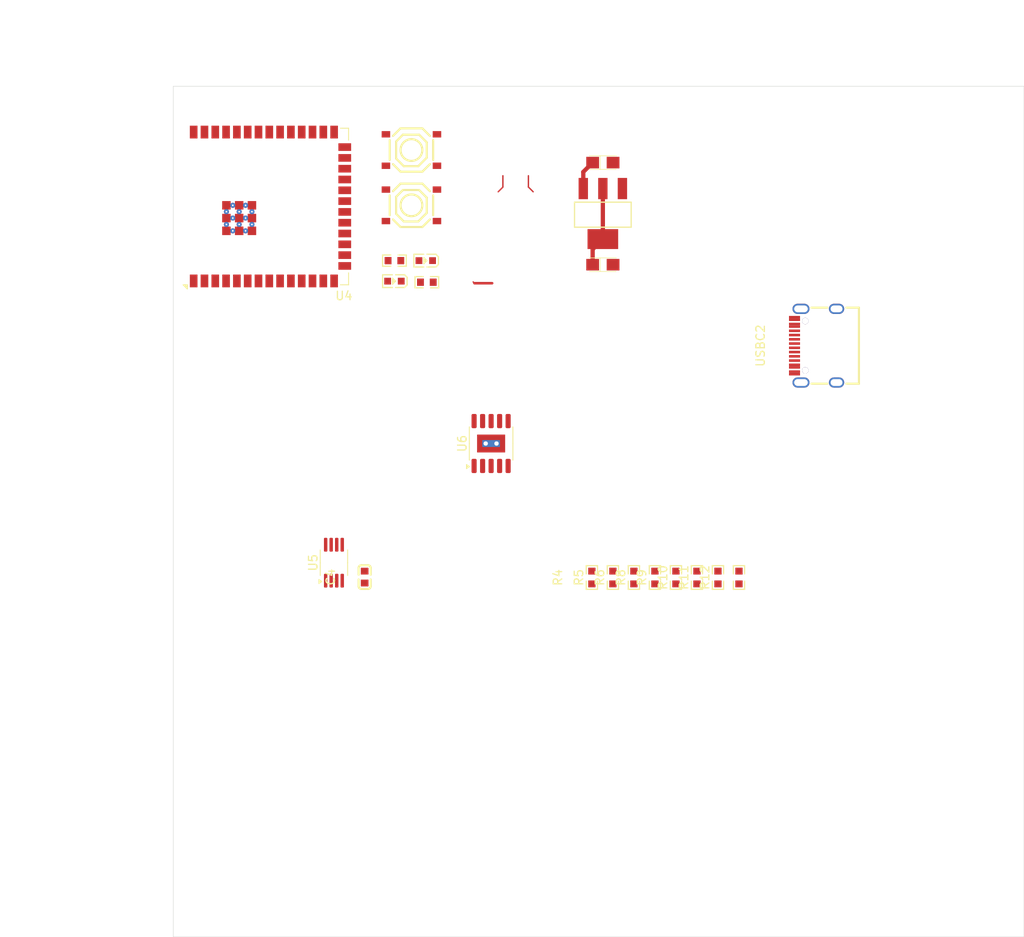
<source format=kicad_pcb>
(kicad_pcb (version 20240108) (generator "pcbnew") (generator_version "8.0")
  (layers (0 "F.Cu" signal) (31 "B.Cu" signal) (34 "B.Paste" user) (35 "F.Paste" user) (36 "B.SilkS" user "B.Silkscreen") (37 "F.SilkS" user "F.Silkscreen") (38 "B.Mask" user) (39 "F.Mask" user) (44 "Edge.Cuts" user))
  (net 0 "")
  (net 1 "3V3")
  (net 2 "GND")
  (net 3 "/5V")
  (net 4 "Net-(LED1-K)")
  (net 5 "ESP_LED")
  (net 6 "Net-(LED2-K)")
  (net 7 "DATA1")
  (net 8 "DATA2")
  (net 9 "DATA3")
  (net 10 "/ESP_PROG")
  (net 11 "VDD")
  (net 13 "DATA4")
  (net 15 "MOSFET_FAN")
  (net 16 "MOSFET_PWR")
  (net 18 "ESP_EN")
  (net 21 "ESP_TXD")
  (net 23 "ESP_RXD")
  (net 24 "VBUS")
  (net 25 "Net-(U6-VBUS)")
  (net 26 "BTN0")
  (net 29 "TEMP_SENSOR")
  (net 63 "DP")
  (net 65 "CC1")
  (net 66 "CFG1")
  (net 67 "CFG3")
  (net 68 "DN")
  (net 70 "CFG2")
  (net 71 "PG")
  (net 72 "CC2")
  (footprint "easyeda2kicad:R0603" (layer "F.Cu") (at 143.348 106.391 90)
    (property "Reference" "R10" (at 0 -4 90) (layer "F.SilkS"))
    (property "Value" "10K")
    (fp_line (start 1.39 -0.66) (end 0.43 -0.66) (stroke (width 0.15)) (layer "F.SilkS"))
    (fp_line (start -1.39 -0.66) (end -0.43 -0.66) (stroke (width 0.15)) (layer "F.SilkS"))
    (fp_line (start 1.39 0.66) (end 1.39 -0.66) (stroke (width 0.15)) (layer "F.SilkS"))
    (fp_line (start 0.43 0.66) (end 1.39 0.66) (stroke (width 0.15)) (layer "F.SilkS"))
    (fp_line (start -0.43 0.66) (end -1.39 0.66) (stroke (width 0.15)) (layer "F.SilkS"))
    (fp_line (start -1.39 0.66) (end -1.39 -0.66) (stroke (width 0.15)) (layer "F.SilkS"))
    (pad "1" smd rect (at -0.75 0 90) (size 0.81 0.86) (layers "F.Cu" "F.Paste" "F.Mask"))
    (pad "2" smd rect (at 0.75 0 90) (size 0.81 0.86) (layers "F.Cu" "F.Paste" "F.Mask") (net 16 "MOSFET_PWR"))
  )
  (footprint "easyeda2kicad:SOT-223-3_L6.5-W3.4-P2.30-LS7.0-BR" (layer "F.Cu") (at 132.288 63.641 90)
    (property "Reference" "U2" (hide yes))
    (property "Value" "AMS1117-3.3" (hide yes))
    (fp_line (start 1.37 -3.33) (end 1.37 3.33) (stroke (width 0.15)) (layer "F.SilkS"))
    (fp_line (start -1.57 -3.33) (end 1.37 -3.33) (stroke (width 0.15)) (layer "F.SilkS"))
    (fp_line (start 1.37 3.33) (end -1.57 3.33) (stroke (width 0.15)) (layer "F.SilkS"))
    (fp_line (start -1.57 3.33) (end -1.57 -3.33) (stroke (width 0.15)) (layer "F.SilkS"))
    (pad "1" smd rect (at 2.97 2.3 90) (size 2.5 1.1) (layers "F.Cu" "F.Paste" "F.Mask") (net 2 "GND"))
    (pad "2" smd rect (at 2.97 0 90) (size 2.5 1.1) (layers "F.Cu" "F.Paste" "F.Mask") (net 1 "3V3"))
    (pad "3" smd rect (at 2.97 -2.3 90) (size 2.5 1.1) (layers "F.Cu" "F.Paste" "F.Mask") (net 3 "/5V"))
    (pad "4" smd rect (at -2.97 0 90) (size 2.34 3.6) (layers "F.Cu" "F.Paste" "F.Mask") (net 1 "3V3"))
  )
  (footprint "RF_Module:ESP32-S3-WROOM-2" (layer "F.Cu") (at 89.448 62.781 90)
    (property "Reference" "U4" (at -10.5 13.5 0) (layer "F.SilkS") (effects (justify right)))
    (property "Value" "ESP32-S3-WROOM-1")
    (fp_line (start 9.2 12.95) (end 9.2 12) (stroke (width 0.12)) (layer "F.SilkS"))
    (fp_line (start 7.8 12.95) (end 9.2 12.95) (stroke (width 0.12)) (layer "F.SilkS"))
    (fp_line (start -7.8 12.95) (end -9.2 12.95) (stroke (width 0.12)) (layer "F.SilkS"))
    (fp_line (start -9.2 12.95) (end -9.2 12) (stroke (width 0.12)) (layer "F.SilkS"))
    (fp_poly (pts (xy -9.2 -6) (xy -9.7 -6) (xy -9.2 -6.5) (xy -9.2 -6)) (stroke (width 0.12)) (fill solid) (layer "F.SilkS"))
    (pad "1" smd rect (at -8.75 -5.26 90) (size 1.5 0.9) (layers "F.Cu" "F.Paste" "F.Mask") (net 2 "GND"))
    (pad "2" smd rect (at -8.75 -3.99 90) (size 1.5 0.9) (layers "F.Cu" "F.Paste" "F.Mask") (net 1 "3V3"))
    (pad "3" smd rect (at -8.75 -2.72 90) (size 1.5 0.9) (layers "F.Cu" "F.Paste" "F.Mask") (net 18 "ESP_EN"))
    (pad "4" smd rect (at -8.75 -1.45 90) (size 1.5 0.9) (layers "F.Cu" "F.Paste" "F.Mask") (net 7 "DATA1"))
    (pad "5" smd rect (at -8.75 -0.18 90) (size 1.5 0.9) (layers "F.Cu" "F.Paste" "F.Mask"))
    (pad "6" smd rect (at -8.75 1.09 90) (size 1.5 0.9) (layers "F.Cu" "F.Paste" "F.Mask"))
    (pad "7" smd rect (at -8.75 2.36 90) (size 1.5 0.9) (layers "F.Cu" "F.Paste" "F.Mask"))
    (pad "8" smd rect (at -8.75 3.63 90) (size 1.5 0.9) (layers "F.Cu" "F.Paste" "F.Mask"))
    (pad "9" smd rect (at -8.75 4.9 90) (size 1.5 0.9) (layers "F.Cu" "F.Paste" "F.Mask") (net 8 "DATA2"))
    (pad "10" smd rect (at -8.75 6.17 90) (size 1.5 0.9) (layers "F.Cu" "F.Paste" "F.Mask"))
    (pad "11" smd rect (at -8.75 7.44 90) (size 1.5 0.9) (layers "F.Cu" "F.Paste" "F.Mask"))
    (pad "12" smd rect (at -8.75 8.71 90) (size 1.5 0.9) (layers "F.Cu" "F.Paste" "F.Mask"))
    (pad "13" smd rect (at -8.75 9.98 90) (size 1.5 0.9) (layers "F.Cu" "F.Paste" "F.Mask"))
    (pad "14" smd rect (at -8.75 11.25 90) (size 1.5 0.9) (layers "F.Cu" "F.Paste" "F.Mask"))
    (pad "15" smd rect (at -6.985 12.5 180) (size 1.5 0.9) (layers "F.Cu" "F.Paste" "F.Mask"))
    (pad "16" smd rect (at -5.715 12.5 180) (size 1.5 0.9) (layers "F.Cu" "F.Paste" "F.Mask"))
    (pad "17" smd rect (at -4.445 12.5 180) (size 1.5 0.9) (layers "F.Cu" "F.Paste" "F.Mask"))
    (pad "18" smd rect (at -3.175 12.5 180) (size 1.5 0.9) (layers "F.Cu" "F.Paste" "F.Mask"))
    (pad "19" smd rect (at -1.905 12.5 180) (size 1.5 0.9) (layers "F.Cu" "F.Paste" "F.Mask"))
    (pad "20" smd rect (at -0.635 12.5 180) (size 1.5 0.9) (layers "F.Cu" "F.Paste" "F.Mask"))
    (pad "21" smd rect (at 0.635 12.5 180) (size 1.5 0.9) (layers "F.Cu" "F.Paste" "F.Mask"))
    (pad "22" smd rect (at 1.905 12.5 180) (size 1.5 0.9) (layers "F.Cu" "F.Paste" "F.Mask"))
    (pad "23" smd rect (at 3.175 12.5 180) (size 1.5 0.9) (layers "F.Cu" "F.Paste" "F.Mask"))
    (pad "24" smd rect (at 4.445 12.5 180) (size 1.5 0.9) (layers "F.Cu" "F.Paste" "F.Mask"))
    (pad "25" smd rect (at 5.715 12.5 180) (size 1.5 0.9) (layers "F.Cu" "F.Paste" "F.Mask"))
    (pad "26" smd rect (at 6.985 12.5 180) (size 1.5 0.9) (layers "F.Cu" "F.Paste" "F.Mask"))
    (pad "27" smd rect (at 8.75 11.25 90) (size 1.5 0.9) (layers "F.Cu" "F.Paste" "F.Mask") (net 26 "BTN0"))
    (pad "28" smd rect (at 8.75 9.98 90) (size 1.5 0.9) (layers "F.Cu" "F.Paste" "F.Mask"))
    (pad "29" smd rect (at 8.75 8.71 90) (size 1.5 0.9) (layers "F.Cu" "F.Paste" "F.Mask"))
    (pad "30" smd rect (at 8.75 7.44 90) (size 1.5 0.9) (layers "F.Cu" "F.Paste" "F.Mask"))
    (pad "31" smd rect (at 8.75 6.17 90) (size 1.5 0.9) (layers "F.Cu" "F.Paste" "F.Mask"))
    (pad "32" smd rect (at 8.75 4.9 90) (size 1.5 0.9) (layers "F.Cu" "F.Paste" "F.Mask"))
    (pad "33" smd rect (at 8.75 3.63 90) (size 1.5 0.9) (layers "F.Cu" "F.Paste" "F.Mask"))
    (pad "34" smd rect (at 8.75 2.36 90) (size 1.5 0.9) (layers "F.Cu" "F.Paste" "F.Mask"))
    (pad "35" smd rect (at 8.75 1.09 90) (size 1.5 0.9) (layers "F.Cu" "F.Paste" "F.Mask"))
    (pad "36" smd rect (at 8.75 -0.18 90) (size 1.5 0.9) (layers "F.Cu" "F.Paste" "F.Mask") (net 23 "ESP_RXD"))
    (pad "37" smd rect (at 8.75 -1.45 90) (size 1.5 0.9) (layers "F.Cu" "F.Paste" "F.Mask") (net 21 "ESP_TXD"))
    (pad "38" smd rect (at 8.75 -2.72 90) (size 1.5 0.9) (layers "F.Cu" "F.Paste" "F.Mask") (net 5 "ESP_LED"))
    (pad "39" smd rect (at 8.75 -3.99 90) (size 1.5 0.9) (layers "F.Cu" "F.Paste" "F.Mask"))
    (pad "40" smd rect (at 8.75 -5.26 90) (size 1.5 0.9) (layers "F.Cu" "F.Paste" "F.Mask") (net 2 "GND"))
    (pad "41" smd rect (at -2.86 -1.41 90) (size 1 1) (property pad_prop_heatsink) (layers "F.Cu" "F.Paste" "F.Mask") (net 2 "GND"))
    (pad "41" thru_hole circle (at -2.86 -0.66 90) (size 0.6 0.6) (drill 0.2) (property pad_prop_heatsink) (layers "*.Cu" "*.Mask") (net 2 "GND"))
    (pad "41" smd rect (at -2.86 0.09 90) (size 1 1) (property pad_prop_heatsink) (layers "F.Cu" "F.Paste" "F.Mask") (net 2 "GND"))
    (pad "41" thru_hole circle (at -2.86 0.84 90) (size 0.6 0.6) (drill 0.2) (property pad_prop_heatsink) (layers "*.Cu" "*.Mask") (net 2 "GND"))
    (pad "41" smd rect (at -2.86 1.59 90) (size 1 1) (property pad_prop_heatsink) (layers "F.Cu" "F.Paste" "F.Mask") (net 2 "GND"))
    (pad "41" thru_hole circle (at -2.11 -1.41 90) (size 0.6 0.6) (drill 0.2) (property pad_prop_heatsink) (layers "*.Cu" "*.Mask") (net 2 "GND"))
    (pad "41" thru_hole circle (at -2.11 0.09 90) (size 0.6 0.6) (drill 0.2) (property pad_prop_heatsink) (layers "*.Cu" "*.Mask") (net 2 "GND"))
    (pad "41" thru_hole circle (at -2.11 1.59 90) (size 0.6 0.6) (drill 0.2) (property pad_prop_heatsink) (layers "*.Cu" "*.Mask") (net 2 "GND"))
    (pad "41" smd rect (at -1.36 -1.41 90) (size 1 1) (property pad_prop_heatsink) (layers "F.Cu" "F.Paste" "F.Mask") (net 2 "GND"))
    (pad "41" thru_hole circle (at -1.36 -0.66 90) (size 0.6 0.6) (drill 0.2) (property pad_prop_heatsink) (layers "*.Cu" "*.Mask") (net 2 "GND"))
    (pad "41" smd rect (at -1.36 0.09 90) (size 1 1) (property pad_prop_heatsink) (layers "F.Cu" "F.Paste" "F.Mask") (net 2 "GND"))
    (pad "41" thru_hole circle (at -1.36 0.84 90) (size 0.6 0.6) (drill 0.2) (property pad_prop_heatsink) (layers "*.Cu" "*.Mask") (net 2 "GND"))
    (pad "41" smd rect (at -1.36 1.59 90) (size 1 1) (property pad_prop_heatsink) (layers "F.Cu" "F.Paste" "F.Mask") (net 2 "GND"))
    (pad "41" thru_hole circle (at -0.61 -1.41 90) (size 0.6 0.6) (drill 0.2) (property pad_prop_heatsink) (layers "*.Cu" "*.Mask") (net 2 "GND"))
    (pad "41" thru_hole circle (at -0.61 0.09 90) (size 0.6 0.6) (drill 0.2) (property pad_prop_heatsink) (layers "*.Cu" "*.Mask") (net 2 "GND"))
    (pad "41" thru_hole circle (at -0.61 1.59 90) (size 0.6 0.6) (drill 0.2) (property pad_prop_heatsink) (layers "*.Cu" "*.Mask") (net 2 "GND"))
    (pad "41" smd rect (at 0.14 -1.41 90) (size 1 1) (property pad_prop_heatsink) (layers "F.Cu" "F.Paste" "F.Mask") (net 2 "GND"))
    (pad "41" thru_hole circle (at 0.14 -0.66 90) (size 0.6 0.6) (drill 0.2) (property pad_prop_heatsink) (layers "*.Cu" "*.Mask") (net 2 "GND"))
    (pad "41" smd rect (at 0.14 0.09 90) (size 1 1) (property pad_prop_heatsink) (layers "F.Cu" "F.Paste" "F.Mask") (net 2 "GND"))
    (pad "41" thru_hole circle (at 0.14 0.84 90) (size 0.6 0.6) (drill 0.2) (property pad_prop_heatsink) (layers "*.Cu" "*.Mask") (net 2 "GND"))
    (pad "41" smd rect (at 0.14 1.59 90) (size 1 1) (property pad_prop_heatsink) (layers "F.Cu" "F.Paste" "F.Mask") (net 2 "GND"))
  )
  (footprint "easyeda2kicad:R0603" (layer "F.Cu") (at 148.288 106.391 90)
    (property "Reference" "R12" (at 0 -4 90) (layer "F.SilkS"))
    (property "Value" "10K")
    (fp_line (start 1.39 -0.66) (end 0.43 -0.66) (stroke (width 0.15)) (layer "F.SilkS"))
    (fp_line (start -1.39 -0.66) (end -0.43 -0.66) (stroke (width 0.15)) (layer "F.SilkS"))
    (fp_line (start 1.39 0.66) (end 1.39 -0.66) (stroke (width 0.15)) (layer "F.SilkS"))
    (fp_line (start 0.43 0.66) (end 1.39 0.66) (stroke (width 0.15)) (layer "F.SilkS"))
    (fp_line (start -0.43 0.66) (end -1.39 0.66) (stroke (width 0.15)) (layer "F.SilkS"))
    (fp_line (start -1.39 0.66) (end -1.39 -0.66) (stroke (width 0.15)) (layer "F.SilkS"))
    (pad "1" smd rect (at -0.75 0 90) (size 0.81 0.86) (layers "F.Cu" "F.Paste" "F.Mask") (net 24 "VBUS"))
    (pad "2" smd rect (at 0.75 0 90) (size 0.81 0.86) (layers "F.Cu" "F.Paste" "F.Mask") (net 25 "Net-(U6-VBUS)"))
  )
  (footprint "Package_SO:MSOP-8_3x3mm_P0.65mm" (layer "F.Cu") (at 100.678 104.651 90)
    (property "Reference" "U5" (at 0 -2.45 90) (layer "F.SilkS"))
    (property "Value" "DS18B20U")
    (fp_line (start 0 -1.61) (end 1.5 -1.61) (stroke (width 0.12)) (layer "F.SilkS"))
    (fp_line (start 0 -1.61) (end -1.5 -1.61) (stroke (width 0.12)) (layer "F.SilkS"))
    (fp_line (start 0 1.61) (end 1.5 1.61) (stroke (width 0.12)) (layer "F.SilkS"))
    (fp_line (start 0 1.61) (end -1.5 1.61) (stroke (width 0.12)) (layer "F.SilkS"))
    (fp_poly (pts (xy -2.2125 -1.435) (xy -2.4525 -1.765) (xy -1.9725 -1.765) (xy -2.2125 -1.435)) (stroke (width 0.12)) (fill solid) (layer "F.SilkS"))
    (pad "1" smd roundrect (at -2.1125 -0.975 90) (size 1.625 0.4) (layers "F.Cu" "F.Paste" "F.Mask") (net 29 "TEMP_SENSOR"))
    (pad "2" smd roundrect (at -2.1125 -0.325 90) (size 1.625 0.4) (layers "F.Cu" "F.Paste" "F.Mask"))
    (pad "3" smd roundrect (at -2.1125 0.325 90) (size 1.625 0.4) (layers "F.Cu" "F.Paste" "F.Mask"))
    (pad "4" smd roundrect (at -2.1125 0.975 90) (size 1.625 0.4) (layers "F.Cu" "F.Paste" "F.Mask") (net 2 "GND"))
    (pad "5" smd roundrect (at 2.1125 0.975 90) (size 1.625 0.4) (layers "F.Cu" "F.Paste" "F.Mask"))
    (pad "6" smd roundrect (at 2.1125 0.325 90) (size 1.625 0.4) (layers "F.Cu" "F.Paste" "F.Mask"))
    (pad "7" smd roundrect (at 2.1125 -0.325 90) (size 1.625 0.4) (layers "F.Cu" "F.Paste" "F.Mask"))
    (pad "8" smd roundrect (at 2.1125 -0.975 90) (size 1.625 0.4) (layers "F.Cu" "F.Paste" "F.Mask") (net 1 "3V3"))
  )
  (footprint "easyeda2kicad:R0603" (layer "F.Cu") (at 145.818 106.391 90)
    (property "Reference" "R11" (at 0 -4 90) (layer "F.SilkS"))
    (property "Value" "1K")
    (fp_line (start 1.39 -0.66) (end 0.43 -0.66) (stroke (width 0.15)) (layer "F.SilkS"))
    (fp_line (start -1.39 -0.66) (end -0.43 -0.66) (stroke (width 0.15)) (layer "F.SilkS"))
    (fp_line (start 1.39 0.66) (end 1.39 -0.66) (stroke (width 0.15)) (layer "F.SilkS"))
    (fp_line (start 0.43 0.66) (end 1.39 0.66) (stroke (width 0.15)) (layer "F.SilkS"))
    (fp_line (start -0.43 0.66) (end -1.39 0.66) (stroke (width 0.15)) (layer "F.SilkS"))
    (fp_line (start -1.39 0.66) (end -1.39 -0.66) (stroke (width 0.15)) (layer "F.SilkS"))
    (pad "1" smd rect (at -0.75 0 90) (size 0.81 0.86) (layers "F.Cu" "F.Paste" "F.Mask") (net 24 "VBUS"))
    (pad "2" smd rect (at 0.75 0 90) (size 0.81 0.86) (layers "F.Cu" "F.Paste" "F.Mask") (net 11 "VDD"))
  )
  (footprint "easyeda2kicad:R0603" (layer "F.Cu") (at 140.878 106.391 90)
    (property "Reference" "R9" (at 0 -4 90) (layer "F.SilkS"))
    (property "Value" "10K")
    (fp_line (start 1.39 -0.66) (end 0.43 -0.66) (stroke (width 0.15)) (layer "F.SilkS"))
    (fp_line (start -1.39 -0.66) (end -0.43 -0.66) (stroke (width 0.15)) (layer "F.SilkS"))
    (fp_line (start 1.39 0.66) (end 1.39 -0.66) (stroke (width 0.15)) (layer "F.SilkS"))
    (fp_line (start 0.43 0.66) (end 1.39 0.66) (stroke (width 0.15)) (layer "F.SilkS"))
    (fp_line (start -0.43 0.66) (end -1.39 0.66) (stroke (width 0.15)) (layer "F.SilkS"))
    (fp_line (start -1.39 0.66) (end -1.39 -0.66) (stroke (width 0.15)) (layer "F.SilkS"))
    (pad "1" smd rect (at -0.75 0 90) (size 0.81 0.86) (layers "F.Cu" "F.Paste" "F.Mask"))
    (pad "2" smd rect (at 0.75 0 90) (size 0.81 0.86) (layers "F.Cu" "F.Paste" "F.Mask") (net 15 "MOSFET_FAN"))
  )
  (footprint "easyeda2kicad:CASE-A_3216" (layer "F.Cu") (at 132.288 69.619)
    (property "Reference" "C3" (hide yes))
    (property "Value" "22u (Tantalum)" (hide yes))
    (fp_line (start -1.6 -0.8) (end 1.6 -0.8) (stroke (width 0.08)) (layer "F.SilkS"))
    (fp_line (start -1.58 0.8) (end 1.57 0.8) (stroke (width 0.08)) (layer "F.SilkS"))
    (fp_line (start -0.32 0.8) (end -0.32 -0.8) (stroke (width 0.08)) (layer "F.SilkS"))
    (pad "1" smd rect (at -1.2 0) (size 1.5 1.36) (layers "F.Cu" "F.Paste" "F.Mask") (net 1 "3V3"))
    (pad "2" smd rect (at 1.2 0) (size 1.5 1.36) (layers "F.Cu" "F.Paste" "F.Mask") (net 2 "GND"))
  )
  (footprint "easyeda2kicad:R0603" (layer "F.Cu") (at 133.468 106.391 90)
    (property "Reference" "R5" (at 0 -4 90) (layer "F.SilkS"))
    (property "Value" "68")
    (fp_line (start 1.39 -0.66) (end 0.43 -0.66) (stroke (width 0.15)) (layer "F.SilkS"))
    (fp_line (start -1.39 -0.66) (end -0.43 -0.66) (stroke (width 0.15)) (layer "F.SilkS"))
    (fp_line (start 1.39 0.66) (end 1.39 -0.66) (stroke (width 0.15)) (layer "F.SilkS"))
    (fp_line (start 0.43 0.66) (end 1.39 0.66) (stroke (width 0.15)) (layer "F.SilkS"))
    (fp_line (start -0.43 0.66) (end -1.39 0.66) (stroke (width 0.15)) (layer "F.SilkS"))
    (fp_line (start -1.39 0.66) (end -1.39 -0.66) (stroke (width 0.15)) (layer "F.SilkS"))
    (pad "1" smd rect (at -0.75 0 90) (size 0.81 0.86) (layers "F.Cu" "F.Paste" "F.Mask"))
    (pad "2" smd rect (at 0.75 0 90) (size 0.81 0.86) (layers "F.Cu" "F.Paste" "F.Mask") (net 8 "DATA2"))
  )
  (footprint "easyeda2kicad:R0603" (layer "F.Cu") (at 107.788 69.141)
    (property "Reference" "R3" (hide yes))
    (property "Value" "100" (hide yes))
    (fp_line (start -1.39 -0.66) (end -0.43 -0.66) (stroke (width 0.15)) (layer "F.SilkS"))
    (fp_line (start -1.39 0.66) (end -1.39 -0.66) (stroke (width 0.15)) (layer "F.SilkS"))
    (fp_line (start -0.43 0.66) (end -1.39 0.66) (stroke (width 0.15)) (layer "F.SilkS"))
    (fp_line (start 0.43 0.66) (end 1.39 0.66) (stroke (width 0.15)) (layer "F.SilkS"))
    (fp_line (start 1.39 -0.66) (end 0.43 -0.66) (stroke (width 0.15)) (layer "F.SilkS"))
    (fp_line (start 1.39 0.66) (end 1.39 -0.66) (stroke (width 0.15)) (layer "F.SilkS"))
    (pad "1" smd rect (at -0.75 0) (size 0.81 0.86) (layers "F.Cu" "F.Paste" "F.Mask") (net 2 "GND"))
    (pad "2" smd rect (at 0.75 0) (size 0.81 0.86) (layers "F.Cu" "F.Paste" "F.Mask") (net 4 "Net-(LED1-K)"))
  )
  (footprint "easyeda2kicad:R0603" (layer "F.Cu") (at 130.998 106.391 90)
    (property "Reference" "R4" (at 0 -4 90) (layer "F.SilkS"))
    (property "Value" "68")
    (fp_line (start 1.39 -0.66) (end 0.43 -0.66) (stroke (width 0.15)) (layer "F.SilkS"))
    (fp_line (start -1.39 -0.66) (end -0.43 -0.66) (stroke (width 0.15)) (layer "F.SilkS"))
    (fp_line (start 1.39 0.66) (end 1.39 -0.66) (stroke (width 0.15)) (layer "F.SilkS"))
    (fp_line (start 0.43 0.66) (end 1.39 0.66) (stroke (width 0.15)) (layer "F.SilkS"))
    (fp_line (start -0.43 0.66) (end -1.39 0.66) (stroke (width 0.15)) (layer "F.SilkS"))
    (fp_line (start -1.39 0.66) (end -1.39 -0.66) (stroke (width 0.15)) (layer "F.SilkS"))
    (pad "1" smd rect (at -0.75 0 90) (size 0.81 0.86) (layers "F.Cu" "F.Paste" "F.Mask"))
    (pad "2" smd rect (at 0.75 0 90) (size 0.81 0.86) (layers "F.Cu" "F.Paste" "F.Mask") (net 7 "DATA1"))
  )
  (footprint "easyeda2kicad:SW-SMD_4P-L5.1-W5.1-P3.70-LS6.5-TL_H1.5" (layer "F.Cu") (at 109.788 62.641)
    (property "Reference" "SW2" (hide yes))
    (property "Value" "TS-1187A-B-A-B" (hide yes))
    (fp_line (start -2.55 -1.17) (end -2.55 1.17) (stroke (width 0.25)) (layer "F.SilkS"))
    (fp_line (start -2.17 1.66) (end -1.28 2.55) (stroke (width 0.25)) (layer "F.SilkS"))
    (fp_line (start -1.8 -1) (end -1 -1.8) (stroke (width 0.25)) (layer "F.SilkS"))
    (fp_line (start -1.8 1) (end -1.8 -1) (stroke (width 0.25)) (layer "F.SilkS"))
    (fp_line (start -1.28 -2.55) (end -2.17 -1.66) (stroke (width 0.25)) (layer "F.SilkS"))
    (fp_line (start -1.28 -2.55) (end 1.28 -2.55) (stroke (width 0.25)) (layer "F.SilkS"))
    (fp_line (start -1.28 2.55) (end 1.28 2.55) (stroke (width 0.25)) (layer "F.SilkS"))
    (fp_line (start -1 -1.8) (end 0.9 -1.8) (stroke (width 0.25)) (layer "F.SilkS"))
    (fp_line (start -0.9 1.9) (end -1.8 1) (stroke (width 0.25)) (layer "F.SilkS"))
    (fp_line (start 0.8 1.9) (end -0.9 1.9) (stroke (width 0.25)) (layer "F.SilkS"))
    (fp_line (start 0.9 -1.8) (end 1.8 -0.9) (stroke (width 0.25)) (layer "F.SilkS"))
    (fp_line (start 1.28 -2.55) (end 2.17 -1.66) (stroke (width 0.25)) (layer "F.SilkS"))
    (fp_line (start 1.8 -0.9) (end 1.8 0.9) (stroke (width 0.25)) (layer "F.SilkS"))
    (fp_line (start 1.8 0.9) (end 0.8 1.9) (stroke (width 0.25)) (layer "F.SilkS"))
    (fp_line (start 2.17 1.66) (end 1.28 2.55) (stroke (width 0.25)) (layer "F.SilkS"))
    (fp_line (start 2.55 -1.17) (end 2.55 1.17) (stroke (width 0.25)) (layer "F.SilkS"))
    (fp_circle (center 0 0) (end 1.28 0) (stroke (width 0.25)) (fill none) (layer "F.SilkS"))
    (pad "1" smd rect (at -3 -1.85) (size 1 0.75) (layers "F.Cu" "F.Paste" "F.Mask") (net 18 "ESP_EN"))
    (pad "2" smd rect (at 3 -1.85) (size 1 0.75) (layers "F.Cu" "F.Paste" "F.Mask") (net 18 "ESP_EN"))
    (pad "3" smd rect (at -3 1.85) (size 1 0.75) (layers "F.Cu" "F.Paste" "F.Mask") (net 2 "GND"))
    (pad "4" smd rect (at 3 1.85) (size 1 0.75) (layers "F.Cu" "F.Paste" "F.Mask") (net 2 "GND"))
  )
  (footprint "easyeda2kicad:USB-C_SMD-TYPE-C-31-M-12" (layer "F.Cu") (at 157.288 79.141 90)
    (property "Reference" "USBC2" (at 0 -6.47 90) (layer "F.SilkS"))
    (property "Value" "TYPE-C-31-M-12")
    (fp_line (start 4.47 1.38) (end 4.47 -0.48) (stroke (width 0.25)) (layer "F.SilkS"))
    (fp_line (start -4.47 1.38) (end -4.47 -0.48) (stroke (width 0.25)) (layer "F.SilkS"))
    (fp_line (start 4.47 5.1) (end 4.47 3.62) (stroke (width 0.25)) (layer "F.SilkS"))
    (fp_line (start 4.47 5.1) (end -4.47 5.1) (stroke (width 0.25)) (layer "F.SilkS"))
    (fp_line (start -4.47 5.1) (end -4.47 3.62) (stroke (width 0.25)) (layer "F.SilkS"))
    (pad "" thru_hole circle (at -2.9 -1.21 90) (size 0.75 0.75) (drill 0.75) (layers "*.Cu" "*.Mask"))
    (pad "" thru_hole circle (at 2.9 -1.21 90) (size 0.75 0.75) (drill 0.75) (layers "*.Cu" "*.Mask"))
    (pad "0" thru_hole oval (at -4.33 -1.71 90) (size 1.2 2) (drill oval 0.799998 1.600022) (layers "*.Cu" "*.Mask"))
    (pad "1" thru_hole oval (at 4.33 -1.71 90) (size 1.2 2) (drill oval 0.799998 1.599971) (layers "*.Cu" "*.Mask"))
    (pad "2" thru_hole oval (at 4.33 2.47 90) (size 1.2 1.8) (drill oval 0.799998 1.399997) (layers "*.Cu" "*.Mask"))
    (pad "3" thru_hole oval (at -4.33 2.47 90) (size 1.2 1.8) (drill oval 0.799998 1.399997) (layers "*.Cu" "*.Mask"))
    (pad "A1" smd rect (at -3.35 -2.47 90) (size 0.3 1.3) (layers "F.Cu" "F.Paste" "F.Mask") (net 2 "GND"))
    (pad "A4" smd rect (at -2.55 -2.47 90) (size 0.3 1.3) (layers "F.Cu" "F.Paste" "F.Mask") (net 24 "VBUS"))
    (pad "A5" smd rect (at -1.25 -2.47 90) (size 0.3 1.3) (layers "F.Cu" "F.Paste" "F.Mask") (net 65 "CC1"))
    (pad "A6" smd rect (at -0.25 -2.47 90) (size 0.3 1.3) (layers "F.Cu" "F.Paste" "F.Mask") (net 63 "DP"))
    (pad "A7" smd rect (at 0.25 -2.47 90) (size 0.3 1.3) (layers "F.Cu" "F.Paste" "F.Mask") (net 68 "DN"))
    (pad "A8" smd rect (at 1.25 -2.47 90) (size 0.3 1.3) (layers "F.Cu" "F.Paste" "F.Mask"))
    (pad "A9" smd rect (at 2.55 -2.47 90) (size 0.3 1.3) (layers "F.Cu" "F.Paste" "F.Mask") (net 24 "VBUS"))
    (pad "A12" smd rect (at 3.35 -2.47 90) (size 0.3 1.3) (layers "F.Cu" "F.Paste" "F.Mask") (net 2 "GND"))
    (pad "B1" smd rect (at 3.05 -2.47 90) (size 0.3 1.3) (layers "F.Cu" "F.Paste" "F.Mask") (net 2 "GND"))
    (pad "B4" smd rect (at 2.25 -2.47 90) (size 0.3 1.3) (layers "F.Cu" "F.Paste" "F.Mask") (net 24 "VBUS"))
    (pad "B5" smd rect (at 1.75 -2.47 90) (size 0.3 1.3) (layers "F.Cu" "F.Paste" "F.Mask") (net 72 "CC2"))
    (pad "B6" smd rect (at 0.75 -2.47 90) (size 0.3 1.3) (layers "F.Cu" "F.Paste" "F.Mask") (net 63 "DP"))
    (pad "B7" smd rect (at -0.75 -2.47 90) (size 0.3 1.3) (layers "F.Cu" "F.Paste" "F.Mask") (net 68 "DN"))
    (pad "B8" smd rect (at -1.75 -2.47 90) (size 0.3 1.3) (layers "F.Cu" "F.Paste" "F.Mask"))
    (pad "B9" smd rect (at -2.25 -2.47 90) (size 0.3 1.3) (layers "F.Cu" "F.Paste" "F.Mask") (net 24 "VBUS"))
    (pad "B12" smd rect (at -3.05 -2.47 90) (size 0.3 1.3) (layers "F.Cu" "F.Paste" "F.Mask") (net 2 "GND"))
  )
  (footprint "easyeda2kicad:R0603" (layer "F.Cu") (at 138.408 106.391 90)
    (property "Reference" "R8" (at 0 -4 90) (layer "F.SilkS"))
    (property "Value" "68")
    (fp_line (start 1.39 -0.66) (end 0.43 -0.66) (stroke (width 0.15)) (layer "F.SilkS"))
    (fp_line (start -1.39 -0.66) (end -0.43 -0.66) (stroke (width 0.15)) (layer "F.SilkS"))
    (fp_line (start 1.39 0.66) (end 1.39 -0.66) (stroke (width 0.15)) (layer "F.SilkS"))
    (fp_line (start 0.43 0.66) (end 1.39 0.66) (stroke (width 0.15)) (layer "F.SilkS"))
    (fp_line (start -0.43 0.66) (end -1.39 0.66) (stroke (width 0.15)) (layer "F.SilkS"))
    (fp_line (start -1.39 0.66) (end -1.39 -0.66) (stroke (width 0.15)) (layer "F.SilkS"))
    (pad "1" smd rect (at -0.75 0 90) (size 0.81 0.86) (layers "F.Cu" "F.Paste" "F.Mask"))
    (pad "2" smd rect (at 0.75 0 90) (size 0.81 0.86) (layers "F.Cu" "F.Paste" "F.Mask") (net 13 "DATA4"))
  )
  (footprint "easyeda2kicad:CASE-A_3216" (layer "F.Cu") (at 132.288 57.619)
    (property "Reference" "C2" (hide yes))
    (property "Value" "22u (Tantalum)" (hide yes))
    (fp_line (start -1.6 -0.8) (end 1.6 -0.8) (stroke (width 0.08)) (layer "F.SilkS"))
    (fp_line (start -1.58 0.8) (end 1.57 0.8) (stroke (width 0.08)) (layer "F.SilkS"))
    (fp_line (start -0.32 0.8) (end -0.32 -0.8) (stroke (width 0.08)) (layer "F.SilkS"))
    (pad "1" smd rect (at -1.2 0) (size 1.5 1.36) (layers "F.Cu" "F.Paste" "F.Mask") (net 3 "/5V"))
    (pad "2" smd rect (at 1.2 0) (size 1.5 1.36) (layers "F.Cu" "F.Paste" "F.Mask") (net 2 "GND"))
  )
  (footprint "Package_SO:SSOP-10-1EP_3.9x4.9mm_P1mm_EP2.1x3.3mm_ThermalVias" (layer "F.Cu") (at 119.153 90.641 90)
    (property "Reference" "U6" (at 0 -3.4 90) (layer "F.SilkS"))
    (property "Value" "CH224K")
    (fp_line (start 0 -2.56) (end 1.95 -2.56) (stroke (width 0.12)) (layer "F.SilkS"))
    (fp_line (start 0 -2.56) (end -1.95 -2.56) (stroke (width 0.12)) (layer "F.SilkS"))
    (fp_line (start 0 2.56) (end 1.95 2.56) (stroke (width 0.12)) (layer "F.SilkS"))
    (fp_line (start 0 2.56) (end -1.95 2.56) (stroke (width 0.12)) (layer "F.SilkS"))
    (fp_poly (pts (xy -2.7125 -2.56) (xy -2.9525 -2.89) (xy -2.4725 -2.89) (xy -2.7125 -2.56)) (stroke (width 0.12)) (fill solid) (layer "F.SilkS"))
    (pad "1" smd roundrect (at -2.6375 -2 90) (size 1.675 0.6) (layers "F.Cu" "F.Paste" "F.Mask") (net 11 "VDD"))
    (pad "2" smd roundrect (at -2.6375 -1 90) (size 1.675 0.6) (layers "F.Cu" "F.Paste" "F.Mask") (net 70 "CFG2"))
    (pad "3" smd roundrect (at -2.6375 0 90) (size 1.675 0.6) (layers "F.Cu" "F.Paste" "F.Mask") (net 67 "CFG3"))
    (pad "4" smd roundrect (at -2.6375 1 90) (size 1.675 0.6) (layers "F.Cu" "F.Paste" "F.Mask") (net 63 "DP"))
    (pad "5" smd roundrect (at -2.6375 2 90) (size 1.675 0.6) (layers "F.Cu" "F.Paste" "F.Mask") (net 68 "DN"))
    (pad "6" smd roundrect (at 2.6375 2 90) (size 1.675 0.6) (layers "F.Cu" "F.Paste" "F.Mask"))
    (pad "7" smd roundrect (at 2.6375 1 90) (size 1.675 0.6) (layers "F.Cu" "F.Paste" "F.Mask") (net 65 "CC1"))
    (pad "8" smd roundrect (at 2.6375 0 90) (size 1.675 0.6) (layers "F.Cu" "F.Paste" "F.Mask") (net 25 "Net-(U6-VBUS)"))
    (pad "9" smd roundrect (at 2.6375 -1 90) (size 1.675 0.6) (layers "F.Cu" "F.Paste" "F.Mask") (net 66 "CFG1"))
    (pad "10" smd roundrect (at 2.6375 -2 90) (size 1.675 0.6) (layers "F.Cu" "F.Paste" "F.Mask") (net 71 "PG"))
    (pad "11" thru_hole circle (at 0 -0.635 90) (size 0.81 0.81) (drill 0.51) (property pad_prop_heatsink) (layers "*.Cu"))
    (pad "11" smd rect (at 0 0 90) (size 0.81 2.08) (property pad_prop_heatsink) (layers "B.Cu"))
    (pad "11" smd rect (at 0 0 90) (size 2.1 3.3) (property pad_prop_heatsink) (layers "F.Cu" "F.Mask"))
    (pad "11" thru_hole circle (at 0 0.635 90) (size 0.81 0.81) (drill 0.51) (property pad_prop_heatsink) (layers "*.Cu"))
  )
  (footprint "easyeda2kicad:C0603" (layer "F.Cu") (at 104.288 106.341 90)
    (property "Reference" "C4" (at 0 -4 90) (layer "F.SilkS"))
    (property "Value" "1u")
    (fp_line (start 0.28 -0.71) (end 1.08 -0.71) (stroke (width 0.25)) (layer "F.SilkS"))
    (fp_line (start -0.28 -0.71) (end -1.08 -0.71) (stroke (width 0.25)) (layer "F.SilkS"))
    (fp_line (start 1.39 -0.4) (end 1.39 0.4) (stroke (width 0.25)) (layer "F.SilkS"))
    (fp_line (start -1.39 0.4) (end -1.39 -0.4) (stroke (width 0.25)) (layer "F.SilkS"))
    (fp_line (start 0.28 0.71) (end 1.08 0.71) (stroke (width 0.25)) (layer "F.SilkS"))
    (fp_line (start -0.28 0.71) (end -1.08 0.71) (stroke (width 0.25)) (layer "F.SilkS"))
    (fp_arc (start 1.08 -0.71) (mid 1.299203 -0.619203) (end 1.39 -0.4) (stroke (width 0.25)) (layer "F.SilkS"))
    (fp_arc (start -1.39 -0.4) (mid -1.299203 -0.619203) (end -1.08 -0.71) (stroke (width 0.25)) (layer "F.SilkS"))
    (fp_arc (start 1.39 0.4) (mid 1.299203 0.619203) (end 1.08 0.71) (stroke (width 0.25)) (layer "F.SilkS"))
    (fp_arc (start -1.08 0.71) (mid -1.299203 0.619203) (end -1.39 0.4) (stroke (width 0.25)) (layer "F.SilkS"))
    (pad "1" smd rect (at -0.7 0 90) (size 0.8 0.9) (layers "F.Cu" "F.Paste" "F.Mask") (net 11 "VDD"))
    (pad "2" smd rect (at 0.7 0 90) (size 0.8 0.9) (layers "F.Cu" "F.Paste" "F.Mask") (net 2 "GND"))
  )
  (footprint "easyeda2kicad:LED0603-RD" (layer "F.Cu") (at 111.471 69.141 180)
    (property "Reference" "LED2" (hide yes))
    (property "Value" "KT-0603R" (hide yes))
    (fp_line (start 1.39 -0.75) (end 1.39 0.73) (stroke (width 0.15)) (layer "F.SilkS"))
    (fp_line (start 0.24 0.75) (end 1.39 0.75) (stroke (width 0.15)) (layer "F.SilkS"))
    (fp_line (start 0.24 -0.75) (end 1.39 -0.75) (stroke (width 0.15)) (layer "F.SilkS"))
    (fp_line (start 0.22 0.33) (end 0.21 0.33) (stroke (width 0.15)) (layer "F.SilkS"))
    (fp_line (start 0.22 0) (end -0.12 0) (stroke (width 0.15)) (layer "F.SilkS"))
    (fp_line (start 0.22 -0.34) (end -0.12 0) (stroke (width 0.15)) (layer "F.SilkS"))
    (fp_line (start 0.22 -0.35) (end 0.22 0.33) (stroke (width 0.15)) (layer "F.SilkS"))
    (fp_line (start 0.22 -0.35) (end 0.22 -0.34) (stroke (width 0.15)) (layer "F.SilkS"))
    (fp_line (start 0.21 0.33) (end -0.12 0) (stroke (width 0.15)) (layer "F.SilkS"))
    (fp_line (start -0.14 0.75) (end -1.19 0.75) (stroke (width 0.15)) (layer "F.SilkS"))
    (fp_line (start -0.14 -0.75) (end -1.19 -0.75) (stroke (width 0.15)) (layer "F.SilkS"))
    (fp_line (start -1.49 0.45) (end -1.19 0.75) (stroke (width 0.15)) (layer "F.SilkS"))
    (fp_line (start -1.49 0.35) (end -1.49 0.45) (stroke (width 0.15)) (layer "F.SilkS"))
    (fp_line (start -1.49 -0.35) (end -1.49 0.35) (stroke (width 0.15)) (layer "F.SilkS"))
    (fp_line (start -1.49 -0.35) (end -1.49 -0.45) (stroke (width 0.15)) (layer "F.SilkS"))
    (fp_line (start -1.49 -0.45) (end -1.19 -0.75) (stroke (width 0.15)) (layer "F.SilkS"))
    (pad "1" smd rect (at -0.8 0 270) (size 0.8 0.8) (layers "F.Cu" "F.Paste" "F.Mask") (net 6 "Net-(LED2-K)"))
    (pad "2" smd rect (at 0.8 0 270) (size 0.8 0.8) (layers "F.Cu" "F.Paste" "F.Mask") (net 1 "3V3"))
  )
  (footprint "easyeda2kicad:R0603" (layer "F.Cu") (at 111.598 71.681)
    (property "Reference" "R7" (hide yes))
    (property "Value" "100" (hide yes))
    (fp_line (start -1.39 -0.66) (end -0.43 -0.66) (stroke (width 0.15)) (layer "F.SilkS"))
    (fp_line (start -1.39 0.66) (end -1.39 -0.66) (stroke (width 0.15)) (layer "F.SilkS"))
    (fp_line (start -0.43 0.66) (end -1.39 0.66) (stroke (width 0.15)) (layer "F.SilkS"))
    (fp_line (start 0.43 0.66) (end 1.39 0.66) (stroke (width 0.15)) (layer "F.SilkS"))
    (fp_line (start 1.39 -0.66) (end 0.43 -0.66) (stroke (width 0.15)) (layer "F.SilkS"))
    (fp_line (start 1.39 0.66) (end 1.39 -0.66) (stroke (width 0.15)) (layer "F.SilkS"))
    (pad "1" smd rect (at -0.75 0) (size 0.81 0.86) (layers "F.Cu" "F.Paste" "F.Mask") (net 2 "GND"))
    (pad "2" smd rect (at 0.75 0) (size 0.81 0.86) (layers "F.Cu" "F.Paste" "F.Mask") (net 6 "Net-(LED2-K)"))
  )
  (footprint "easyeda2kicad:SW-SMD_4P-L5.1-W5.1-P3.70-LS6.5-TL_H1.5" (layer "F.Cu") (at 109.788 56.141)
    (property "Reference" "SW1" (hide yes))
    (property "Value" "TS-1187A-B-A-B" (hide yes))
    (fp_line (start -2.55 -1.17) (end -2.55 1.17) (stroke (width 0.25)) (layer "F.SilkS"))
    (fp_line (start -2.17 1.66) (end -1.28 2.55) (stroke (width 0.25)) (layer "F.SilkS"))
    (fp_line (start -1.8 -1) (end -1 -1.8) (stroke (width 0.25)) (layer "F.SilkS"))
    (fp_line (start -1.8 1) (end -1.8 -1) (stroke (width 0.25)) (layer "F.SilkS"))
    (fp_line (start -1.28 -2.55) (end -2.17 -1.66) (stroke (width 0.25)) (layer "F.SilkS"))
    (fp_line (start -1.28 -2.55) (end 1.28 -2.55) (stroke (width 0.25)) (layer "F.SilkS"))
    (fp_line (start -1.28 2.55) (end 1.28 2.55) (stroke (width 0.25)) (layer "F.SilkS"))
    (fp_line (start -1 -1.8) (end 0.9 -1.8) (stroke (width 0.25)) (layer "F.SilkS"))
    (fp_line (start -0.9 1.9) (end -1.8 1) (stroke (width 0.25)) (layer "F.SilkS"))
    (fp_line (start 0.8 1.9) (end -0.9 1.9) (stroke (width 0.25)) (layer "F.SilkS"))
    (fp_line (start 0.9 -1.8) (end 1.8 -0.9) (stroke (width 0.25)) (layer "F.SilkS"))
    (fp_line (start 1.28 -2.55) (end 2.17 -1.66) (stroke (width 0.25)) (layer "F.SilkS"))
    (fp_line (start 1.8 -0.9) (end 1.8 0.9) (stroke (width 0.25)) (layer "F.SilkS"))
    (fp_line (start 1.8 0.9) (end 0.8 1.9) (stroke (width 0.25)) (layer "F.SilkS"))
    (fp_line (start 2.17 1.66) (end 1.28 2.55) (stroke (width 0.25)) (layer "F.SilkS"))
    (fp_line (start 2.55 -1.17) (end 2.55 1.17) (stroke (width 0.25)) (layer "F.SilkS"))
    (fp_circle (center 0 0) (end 1.28 0) (stroke (width 0.25)) (fill none) (layer "F.SilkS"))
    (pad "1" smd rect (at -3 -1.85) (size 1 0.75) (layers "F.Cu" "F.Paste" "F.Mask") (net 10 "/ESP_PROG"))
    (pad "2" smd rect (at 3 -1.85) (size 1 0.75) (layers "F.Cu" "F.Paste" "F.Mask") (net 10 "/ESP_PROG"))
    (pad "3" smd rect (at -3 1.85) (size 1 0.75) (layers "F.Cu" "F.Paste" "F.Mask") (net 2 "GND"))
    (pad "4" smd rect (at 3 1.85) (size 1 0.75) (layers "F.Cu" "F.Paste" "F.Mask") (net 2 "GND"))
  )
  (footprint "easyeda2kicad:LED0603-RD" (layer "F.Cu") (at 107.788 71.554 180)
    (property "Reference" "LED1" (hide yes))
    (property "Value" "KT-0603R" (hide yes))
    (fp_line (start 1.39 -0.75) (end 1.39 0.73) (stroke (width 0.15)) (layer "F.SilkS"))
    (fp_line (start 0.24 0.75) (end 1.39 0.75) (stroke (width 0.15)) (layer "F.SilkS"))
    (fp_line (start 0.24 -0.75) (end 1.39 -0.75) (stroke (width 0.15)) (layer "F.SilkS"))
    (fp_line (start 0.22 0.33) (end 0.21 0.33) (stroke (width 0.15)) (layer "F.SilkS"))
    (fp_line (start 0.22 0) (end -0.12 0) (stroke (width 0.15)) (layer "F.SilkS"))
    (fp_line (start 0.22 -0.34) (end -0.12 0) (stroke (width 0.15)) (layer "F.SilkS"))
    (fp_line (start 0.22 -0.35) (end 0.22 0.33) (stroke (width 0.15)) (layer "F.SilkS"))
    (fp_line (start 0.22 -0.35) (end 0.22 -0.34) (stroke (width 0.15)) (layer "F.SilkS"))
    (fp_line (start 0.21 0.33) (end -0.12 0) (stroke (width 0.15)) (layer "F.SilkS"))
    (fp_line (start -0.14 0.75) (end -1.19 0.75) (stroke (width 0.15)) (layer "F.SilkS"))
    (fp_line (start -0.14 -0.75) (end -1.19 -0.75) (stroke (width 0.15)) (layer "F.SilkS"))
    (fp_line (start -1.49 0.45) (end -1.19 0.75) (stroke (width 0.15)) (layer "F.SilkS"))
    (fp_line (start -1.49 0.35) (end -1.49 0.45) (stroke (width 0.15)) (layer "F.SilkS"))
    (fp_line (start -1.49 -0.35) (end -1.49 0.35) (stroke (width 0.15)) (layer "F.SilkS"))
    (fp_line (start -1.49 -0.35) (end -1.49 -0.45) (stroke (width 0.15)) (layer "F.SilkS"))
    (fp_line (start -1.49 -0.45) (end -1.19 -0.75) (stroke (width 0.15)) (layer "F.SilkS"))
    (pad "1" smd rect (at -0.8 0 270) (size 0.8 0.8) (layers "F.Cu" "F.Paste" "F.Mask") (net 4 "Net-(LED1-K)"))
    (pad "2" smd rect (at 0.8 0 270) (size 0.8 0.8) (layers "F.Cu" "F.Paste" "F.Mask") (net 5 "ESP_LED"))
  )
  (footprint "easyeda2kicad:R0603" (layer "F.Cu") (at 135.938 106.391 90)
    (property "Reference" "R6" (at 0 -4 90) (layer "F.SilkS"))
    (property "Value" "68")
    (fp_line (start 1.39 -0.66) (end 0.43 -0.66) (stroke (width 0.15)) (layer "F.SilkS"))
    (fp_line (start -1.39 -0.66) (end -0.43 -0.66) (stroke (width 0.15)) (layer "F.SilkS"))
    (fp_line (start 1.39 0.66) (end 1.39 -0.66) (stroke (width 0.15)) (layer "F.SilkS"))
    (fp_line (start 0.43 0.66) (end 1.39 0.66) (stroke (width 0.15)) (layer "F.SilkS"))
    (fp_line (start -0.43 0.66) (end -1.39 0.66) (stroke (width 0.15)) (layer "F.SilkS"))
    (fp_line (start -1.39 0.66) (end -1.39 -0.66) (stroke (width 0.15)) (layer "F.SilkS"))
    (pad "1" smd rect (at -0.75 0 90) (size 0.81 0.86) (layers "F.Cu" "F.Paste" "F.Mask"))
    (pad "2" smd rect (at 0.75 0 90) (size 0.81 0.86) (layers "F.Cu" "F.Paste" "F.Mask") (net 9 "DATA3"))
  )
  (gr_rect (start 81.788 48.641) (end 181.788 148.641) (stroke (width 0.05)) (fill none) (layer "Edge.Cuts"))
  (segment (start 123.538 60.492) (end 124.094 61.048) (width 0.16) (layer "F.Cu") (net 0))
  (segment (start 120.538 60.5) (end 119.99 61.048) (width 0.16) (layer "F.Cu") (net 0))
  (segment (start 123.538 59.1635) (end 123.538 60.492) (width 0.16) (layer "F.Cu") (net 0))
  (segment (start 120.538 59.1635) (end 120.538 60.5) (width 0.16) (layer "F.Cu") (net 0))
  (segment (start 132.288 66.611) (end 132.288 60.671) (width 0.5) (layer "F.Cu") (net 1))
  (segment (start 119.274 71.798) (end 117.194 71.798) (width 0.3) (layer "F.Cu") (net 1))
  (segment (start 117.194 71.798) (end 117.044 71.648) (width 0.16) (layer "F.Cu") (net 1))
  (segment (start 131.088 67.811) (end 132.288 66.611) (width 0.5) (layer "F.Cu") (net 1))
  (segment (start 131.088 69.619) (end 131.088 67.811) (width 0.5) (layer "F.Cu") (net 1))
  (segment (start 131.088 57.619) (end 129.988 58.719) (width 0.5) (layer "F.Cu") (net 3))
  (segment (start 129.988 58.719) (end 129.988 60.671) (width 0.5) (layer "F.Cu") (net 3))
)
</source>
